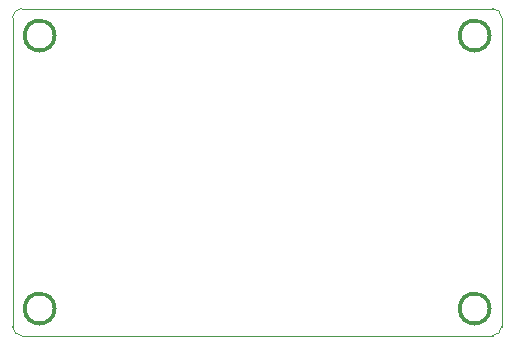
<source format=gm1>
G04 #@! TF.GenerationSoftware,KiCad,Pcbnew,(5.1.2)-1*
G04 #@! TF.CreationDate,2019-05-20T21:13:43-04:00*
G04 #@! TF.ProjectId,DuinoClone,4475696e-6f43-46c6-9f6e-652e6b696361,1*
G04 #@! TF.SameCoordinates,Original*
G04 #@! TF.FileFunction,Profile,NP*
%FSLAX46Y46*%
G04 Gerber Fmt 4.6, Leading zero omitted, Abs format (unit mm)*
G04 Created by KiCad (PCBNEW (5.1.2)-1) date 2019-05-20 21:13:43*
%MOMM*%
%LPD*%
G04 APERTURE LIST*
%ADD10C,0.300000*%
%ADD11C,0.050000*%
G04 APERTURE END LIST*
D10*
X120650000Y-85598000D02*
G75*
G03X120650000Y-85598000I-1270000J0D01*
G01*
X120650000Y-108712000D02*
G75*
G03X120650000Y-108712000I-1270000J0D01*
G01*
X83820000Y-108712000D02*
G75*
G03X83820000Y-108712000I-1270000J0D01*
G01*
X83820000Y-85598000D02*
G75*
G03X83820000Y-85598000I-1270000J0D01*
G01*
D11*
X121666000Y-110236000D02*
X121666000Y-84074000D01*
X81026000Y-110998000D02*
X120904000Y-110998000D01*
X80264000Y-84074000D02*
X80264000Y-110236000D01*
X120904000Y-83312000D02*
X81026000Y-83312000D01*
X120904000Y-83312000D02*
G75*
G02X121666000Y-84074000I0J-762000D01*
G01*
X121666000Y-110236000D02*
G75*
G02X120904000Y-110998000I-762000J0D01*
G01*
X81026000Y-110998000D02*
G75*
G02X80264000Y-110236000I0J762000D01*
G01*
X80264000Y-84074000D02*
G75*
G02X81026000Y-83312000I762000J0D01*
G01*
M02*

</source>
